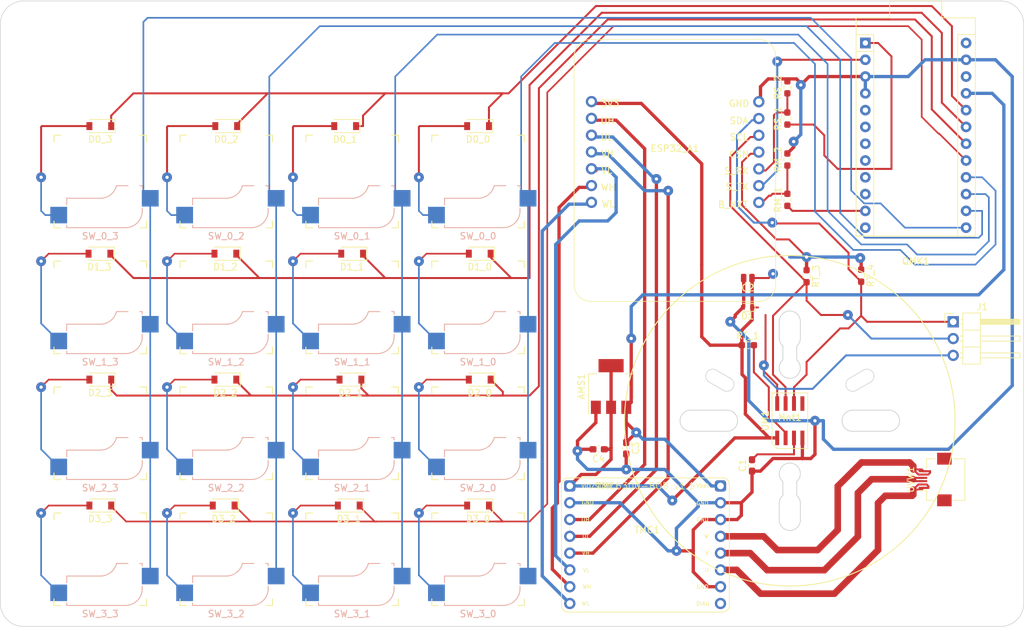
<source format=kicad_pcb>
(kicad_pcb (version 20211014) (generator pcbnew)
  (layers (0 "F.Cu" signal) (31 "B.Cu" signal) (34 "B.Paste" user) (35 "F.Paste" user) (36 "B.SilkS" user "B.Silkscreen") (37 "F.SilkS" user "F.Silkscreen") (38 "B.Mask" user) (39 "F.Mask" user) (44 "Edge.Cuts" user))
  (net 0 "")
  (net 1 "GND")
  (net 2 "Net-(C1-Pad2)")
  (net 3 "Net-(ESP32_A1-Pad12)")
  (net 4 "/Row 1")
  (net 5 "Net-(D0_0-Pad2)")
  (net 6 "Net-(D0_1-Pad2)")
  (net 7 "Net-(D0_2-Pad2)")
  (net 8 "Net-(D0_3-Pad2)")
  (net 9 "/Row 2")
  (net 10 "Net-(D1_0-Pad2)")
  (net 11 "Net-(D1_1-Pad2)")
  (net 12 "Net-(D1_2-Pad2)")
  (net 13 "Net-(D1_3-Pad2)")
  (net 14 "/Row 3")
  (net 15 "Net-(D2_0-Pad2)")
  (net 16 "Net-(D2_1-Pad2)")
  (net 17 "Net-(D2_2-Pad2)")
  (net 18 "Net-(D2_3-Pad2)")
  (net 19 "/Row 4")
  (net 20 "Net-(D3_0-Pad2)")
  (net 21 "Net-(D3_1-Pad2)")
  (net 22 "Net-(D3_2-Pad2)")
  (net 23 "Net-(D3_3-Pad2)")
  (net 24 "SDA")
  (net 25 "+5V")
  (net 26 "CSn")
  (net 27 "SCL")
  (net 28 "/Col 4")
  (net 29 "/Col 3")
  (net 30 "/Col 2")
  (net 31 "Net-(QMK1-Pad1)")
  (net 32 "/Col 1")
  (net 41 "Net-(QMK1-Pad11)")
  (net 43 "Net-(RT_1-Pad2)")
  (net 45 "/W_Out")
  (net 46 "/V_Out")
  (net 47 "/U_Out")
  (net 49 "UH_in")
  (net 50 "UL_in")
  (net 51 "VH_in")
  (net 52 "VL_in")
  (net 53 "WH_in")
  (net 54 "WL_in")
  (net 55 "SERIAL_TX")
  (net 56 "BTN_NXT")
  (footprint "Diode_SMD:D_SOD-123" (layer "F.Cu") (at 117.544 91.821 180)
    (fp_text reference "D1_1")
    (fp_text value "1N4148")
  )
  (footprint "Resistor_SMD:R_0603_1608Metric_Pad0.98x0.95mm_HandSolder" (layer "F.Cu") (at 183.388 66.6515 90)
    (fp_text reference "RS_2")
    (fp_text value "10k")
  )
  (footprint "MountingHole:MountingHole_3.2mm_M3" (layer "F.Cu") (at 215.546 57.196)
    (fp_text reference "MHole_3" hide)
    (fp_text value "M3")
  )
  (footprint "Capacitor_SMD:C_0603_1608Metric_Pad1.08x0.95mm_HandSolder" (layer "F.Cu") (at 178.04 123.8515 90)
    (fp_text reference "C1")
    (fp_text value "100nF")
  )
  (footprint "Diode_SMD:D_SOD-123" (layer "F.Cu") (at 136.846 110.871 180)
    (fp_text reference "D2_0")
    (fp_text value "1N4148")
  )
  (footprint "Resistor_SMD:R_0603_1608Metric_Pad0.98x0.95mm_HandSolder" (layer "F.Cu") (at 194.55 95.1465 -90)
    (fp_text reference "RT_4")
    (fp_text value "4k7")
  )
  (footprint "Diode_SMD:D_SOD-123" (layer "F.Cu") (at 116.4854 72.517 180)
    (fp_text reference "D0_1")
    (fp_text value "1N4148")
  )
  (footprint "Capacitor_SMD:C_0603_1608Metric_Pad1.08x0.95mm_HandSolder" (layer "F.Cu") (at 159.004 121.2585 -90)
    (fp_text reference "C3")
    (fp_text value "1UF")
  )
  (footprint "Kailh Hotswap:Kailh_socket_MX" (layer "F.Cu") (at 136.592 80.899 180)
    (fp_text reference "SW_0_0")
    (fp_text value "SW_SPST")
  )
  (footprint "Capacitor_SMD:C_0504_1310Metric_Pad0.83x1.28mm_HandSolder" (layer "F.Cu") (at 177.405 95.504 180)
    (fp_text reference "C2")
    (fp_text value "1uF")
  )
  (footprint "Diode_SMD:D_SOD-123" (layer "F.Cu") (at 136.848 91.821 180)
    (fp_text reference "D1_0")
    (fp_text value "1N4148")
  )
  (footprint "Kailh Hotswap:Kailh_socket_MX" (layer "F.Cu") (at 117.542 118.999 180)
    (fp_text reference "SW_2_1")
    (fp_text value "SW_SPST")
  )
  (footprint "MountingHole:MountingHole_3.2mm_M3" (layer "F.Cu") (at 67.946 57.196)
    (fp_text reference "MHole_1" hide)
    (fp_text value "M3")
  )
  (footprint "MountingHole:MountingHole_3.2mm_M3" (layer "F.Cu") (at 215.546 144.596)
    (fp_text reference "MHole_6" hide)
    (fp_text value "M3")
  )
  (footprint "MT6701:SOIC-8" (layer "F.Cu") (at 183.755035 117.09246)
    (fp_text reference "UM1")
    (fp_text value "MT6701")
  )
  (footprint "Kailh Hotswap:Kailh_socket_MX" (layer "F.Cu") (at 136.592 99.949 180)
    (fp_text reference "SW_1_0")
    (fp_text value "SW_SPST")
  )
  (footprint "Package_TO_SOT_SMD:SOT-223-3_TabPin2" (layer "F.Cu") (at 156.718 111.912 90)
    (fp_text reference "AMS1")
    (fp_text value "AMS1117-3.3")
  )
  (footprint "Capacitor_SMD:C_0603_1608Metric_Pad1.08x0.95mm_HandSolder" (layer "F.Cu") (at 154.8395 121.412 180)
    (fp_text reference "C4")
    (fp_text value "1UF")
  )
  (footprint "Diode_SMD:D_SOD-123" (layer "F.Cu") (at 98.366 91.821 180)
    (fp_text reference "D1_2")
    (fp_text value "1N4148")
  )
  (footprint "Diode_SMD:D_SOD-123" (layer "F.Cu") (at 79.442 110.871 180)
    (fp_text reference "D2_3")
    (fp_text value "1N4148")
  )
  (footprint "Kailh Hotswap:Kailh_socket_MX" (layer "F.Cu") (at 136.592 138.049 180)
    (fp_text reference "SW_3_0")
    (fp_text value "SW_SPST")
  )
  (footprint "Kailh Hotswap:Kailh_socket_MX" (layer "F.Cu") (at 79.442 99.949 180)
    (fp_text reference "SW_1_3")
    (fp_text value "SW_SPST")
  )
  (footprint "Kailh Hotswap:Kailh_socket_MX" (layer "F.Cu") (at 98.492 99.949 180)
    (fp_text reference "SW_1_2")
    (fp_text value "SW_SPST")
  )
  (footprint "MT6701:BLDC Mount" (layer "F.Cu") (at 183.755035 117.09246)
    (fp_text reference "Mnt1")
    (fp_text value "-")
    (fp_line (start 15 1.6) (end 9.5 1.6) (layer "Edge.Cuts") (width 0.12))
    (fp_line (start 11.166343 -7.659327) (end 9.00128 -6.409327) (layer "Edge.Cuts") (width 0.1))
    (fp_line (start 1.05 11.3) (end 1.05 9.2) (layer "Edge.Cuts") (width 0.12))
    (fp_line (start 9.5 -1.6) (end 15 -1.6) (layer "Edge.Cuts") (width 0.12))
    (fp_line (start 1.6 15) (end 1.6 12.5) (layer "Edge.Cuts") (width 0.12))
    (fp_line (start -11.140063 -7.659327) (end -8.975 -6.409327) (layer "Edge.Cuts") (width 0.1))
    (fp_line (start 1.6 -12.5) (end 1.6 -15) (layer "Edge.Cuts") (width 0.12))
    (fp_line (start -9.5 1.6) (end -15 1.6) (layer "Edge.Cuts") (width 0.12))
    (fp_line (start -12.190063 -5.840673) (end -10.025 -4.590673) (layer "Edge.Cuts") (width 0.1))
    (fp_line (start -1.05 -11.3) (end -1.05 -9.2) (layer "Edge.Cuts") (width 0.12))
    (fp_line (start 1.05 -11.3) (end 1.05 -9.2) (layer "Edge.Cuts") (width 0.12))
    (fp_line (start 12.216343 -5.840673) (end 10.05128 -4.590673) (layer "Edge.Cuts") (width 0.1))
    (fp_line (start -1.05 11.3) (end -1.05 9.2) (layer "Edge.Cuts") (width 0.12))
    (fp_line (start -1.6 12.5) (end -1.6 15) (layer "Edge.Cuts") (width 0.12))
    (fp_line (start -15 -1.6) (end -9.5 -1.6) (layer "Edge.Cuts") (width 0.12))
    (fp_line (start -1.6 -15) (end -1.6 -12.5) (layer "Edge.Cuts") (width 0.12))
    (fp_arc (start 9.5 1.6) (mid 7.9 0) (end 9.5 -1.6) (layer "Edge.Cuts") (width 0.12))
    (fp_arc (start 10.05128 -4.590673) (mid 8.616953 -4.975) (end 9.00128 -6.409327) (layer "Edge.Cuts") (width 0.1))
    (fp_arc (start 1.049999 11.300001) (mid 1.452023 11.841118) (end 1.594521 12.5) (layer "Edge.Cuts") (width 0.12))
    (fp_arc (start 1.6 -12.5) (mid 1.457013 -11.838854) (end 1.053607 -11.295877) (layer "Edge.Cuts") (width 0.12))
    (fp_arc (start -1.6 12.5) (mid -1.457013 11.838854) (end -1.053607 11.295877) (layer "Edge.Cuts") (width 0.12))
    (fp_arc (start -1.049999 9.199999) (mid 0 6.40548) (end 1.049999 9.199999) (layer "Edge.Cuts") (width 0.12))
    (fp_arc (start -12.190063 -5.840673) (mid -12.57439 -7.275) (end -11.140063 -7.659327) (layer "Edge.Cuts") (width 0.1))
    (fp_arc (start 11.166343 -7.659327) (mid 12.60067 -7.275) (end 12.216343 -5.840673) (layer "Edge.Cuts") (width 0.1))
    (fp_arc (start -15 1.6) (mid -16.6 0) (end -15 -1.6) (layer "Edge.Cuts") (width 0.12))
    (fp_arc (start -8.975 -6.409327) (mid -8.590673 -4.975) (end -10.025 -4.590673) (layer "Edge.Cuts") (width 0.1))
    (fp_arc (start 1.049999 -9.199999) (mid 0 -6.40548) (end -1.049999 -9.199999) (layer "Edge.Cuts") (width 0.12))
    (fp_arc (start -9.5 -1.6) (mid -7.9 0) (end -9.5 1.6) (layer "Edge.Cuts") (width 0.12))
    (fp_arc (start -1.049999 -11.300001) (mid -1.452023 -11.841118) (end -1.594521 -12.5) (layer "Edge.Cuts") (width 0.12))
    (fp_arc (start 1.6 15) (mid 0 16.6) (end -1.6 15) (layer "Edge.Cuts") (width 0.12))
    (fp_arc (start -1.6 -15) (mid 0 -16.6) (end 1.6 -15) (layer "Edge.Cuts") (width 0.12))
    (fp_arc (start 15 -1.6) (mid 16.6 0) (end 15 1.6) (layer "Edge.Cuts") (width 0.12))
  )
  (footprint "Diode_SMD:D_SOD-523" (layer "F.Cu") (at 177.354 99.949 180)
    (fp_text reference "D1")
    (fp_text value "ZMDxx")
  )
  (footprint "TMC6300_BOB:TMC6300_BOB" (layer "F.Cu") (at 162.165 136.144)
    (fp_text reference "TMC1")
    (fp_text value "TMC6300_BOB")
  )
  (footprint "Resistor_SMD:R_0603_1608Metric_Pad0.98x0.95mm_HandSolder" (layer "F.Cu") (at 183.388 83.6695 90)
    (fp_text reference "RM_1")
    (fp_text value "10k")
  )
  (footprint "Kailh Hotswap:Kailh_socket_MX" (layer "F.Cu") (at 79.442 80.899 180)
    (fp_text reference "SW_0_3")
    (fp_text value "SW_SPST")
  )
  (footprint "Kailh Hotswap:Kailh_socket_MX" (layer "F.Cu") (at 98.492 138.049 180)
    (fp_text reference "SW_3_2")
    (fp_text value "SW_SPST")
  )
  (footprint "Kailh Hotswap:Kailh_socket_MX" (layer "F.Cu") (at 117.542 80.899 180)
    (fp_text reference "SW_0_1")
    (fp_text value "SW_SPST")
  )
  (footprint "Resistor_SMD:R_0603_1608Metric_Pad0.98x0.95mm_HandSolder" (layer "F.Cu") (at 186.295 95.2265 -90)
    (fp_text reference "RT_3")
    (fp_text value "4k7")
  )
  (footprint "Arduino Pro Micro:Sparkfun_Pro_Micro" (layer "F.Cu") (at 210.425 87.884 180)
    (fp_text reference "QMK1")
    (fp_text value "Sparkfun_Pro_Micro")
  )
  (footprint "Resistor_SMD:R_0603_1608Metric_Pad0.98x0.95mm_HandSolder" (layer "F.Cu") (at 177.405 105.664)
    (fp_text reference "RT_1")
    (fp_text value "100k")
  )
  (footprint "Diode_SMD:D_SOD-123" (layer "F.Cu") (at 79.442 72.517 180)
    (fp_text reference "D0_3")
    (fp_text value "1N4148")
  )
  (footprint "Resistor_SMD:R_0603_1608Metric_Pad0.98x0.95mm_HandSolder" (layer "F.Cu") (at 183.388 71.374 90)
    (fp_text reference "RS_1")
    (fp_text value "10k")
  )
  (footprint "Diode_SMD:D_SOD-123" (layer "F.Cu") (at 117.034 129.921 180)
    (fp_text reference "D3_1")
    (fp_text value "1N4148")
  )
  (footprint "Kailh Hotswap:Kailh_socket_MX" (layer "F.Cu") (at 117.542 138.049 180)
    (fp_text reference "SW_3_1")
    (fp_text value "SW_SPST")
  )
  (footprint "Kailh Hotswap:Kailh_socket_MX" (layer "F.Cu") (at 117.542 99.949 180)
    (fp_text reference "SW_1_1")
    (fp_text value "SW_SPST")
  )
  (footprint "Diode_SMD:D_SOD-123" (layer "F.Cu") (at 117.288 110.871 180)
    (fp_text reference "D2_1")
    (fp_text value "1N4148")
  )
  (footprint "Connector_FFC-FPC:Hirose_FH12-6S-0.5SH_1x06-1MP_P0.50mm_Horizontal" (layer "F.Cu") (at 205.74 125.984 90)
    (fp_text reference "UVW1")
    (fp_text value "FPC-6P")
  )
  (footprint "Diode_SMD:D_SOD-123" (layer "F.Cu") (at 98.364 110.871 180)
    (fp_text reference "D2_2")
    (fp_text value "1N4148")
  )
  (footprint "Kailh Hotswap:Kailh_socket_MX" (layer "F.Cu") (at 98.492 118.999 180)
    (fp_text reference "SW_2_2")
    (fp_text value "SW_SPST")
  )
  (footprint "Kailh Hotswap:Kailh_socket_MX" (layer "F.Cu") (at 79.442 118.999 180)
    (fp_text reference "SW_2_3")
    (fp_text value "SW_SPST")
  )
  (footprint "Connector_PinHeader_2.54mm:PinHeader_1x03_P2.54mm_Horizontal" (layer "F.Cu") (at 208.477 102.123)
    (fp_text reference "J1")
    (fp_text value "3 Pin Male")
  )
  (footprint "Diode_SMD:D_SOD-123" (layer "F.Cu") (at 79.442 129.921 180)
    (fp_text reference "D3_3")
    (fp_text value "1N4148")
  )
  (footprint "Diode_SMD:D_SOD-123" (layer "F.Cu") (at 136.592 129.921 180)
    (fp_text reference "D3_0")
    (fp_text value "1N4148")
  )
  (footprint "Kailh Hotswap:Kailh_socket_MX" (layer "F.Cu") (at 98.492 80.899 180)
    (fp_text reference "SW_0_2")
    (fp_text value "SW_SPST")
  )
  (footprint "MountingHole:MountingHole_3.2mm_M3" (layer "F.Cu") (at 67.946 144.596)
    (fp_text reference "MHole_4" hide)
    (fp_text value "M3")
  )
  (footprint "Diode_SMD:D_SOD-123" (layer "F.Cu") (at 98.492 72.517 180)
    (fp_text reference "D0_2")
    (fp_text value "1N4148")
  )
  (footprint "Diode_SMD:D_SOD-123" (layer "F.Cu") (at 79.316 91.821 180)
    (fp_text reference "D1_3")
    (fp_text value "1N4148")
  )
  (footprint "Resistor_SMD:R_0603_1608Metric_Pad0.98x0.95mm_HandSolder" (layer "F.Cu") (at 183.388 77.5735 90)
    (fp_text reference "RM_2")
    (fp_text value "10k")
  )
  (footprint "Diode_SMD:D_SOD-123" (layer "F.Cu") (at 98.11 129.921 180)
    (fp_text reference "D3_2")
    (fp_text value "1N4148")
  )
  (footprint "Diode_SMD:D_SOD-123" (layer "F.Cu") (at 136.592 72.517 180)
    (fp_text reference "D0_0")
    (fp_text value "1N4148")
  )
  (footprint "Kailh Hotswap:Kailh_socket_MX" (layer "F.Cu") (at 79.442 138.049 180)
    (fp_text reference "SW_3_3")
    (fp_text value "SW_SPST")
  )
  (footprint "Kailh Hotswap:Kailh_socket_MX" (layer "F.Cu") (at 136.592 118.999 180)
    (fp_text reference "SW_2_0")
    (fp_text value "SW_SPST")
  )
  (footprint "Wemos S2 Mini:ESP32 Motor Adapter" (layer "F.Cu") (at 166.37 76.708)
    (fp_text reference "ESP32_A1")
    (fp_text value "ESP32_Adapter")
  )
  (gr_circle (center 183.75504 117.092383) (end 183.75504 92.092383) (layer "F.SilkS") (width 0.15) (fill none))
  (gr_line (start 64.3216 57.096) (end 64.3216 144.711) (layer "Edge.Cuts") (width 0.1))
  (gr_line (start 215.646 53.596) (end 67.8216 53.596) (layer "Edge.Cuts") (width 0.1))
  (gr_arc (start 64.3216 57.096) (mid 65.346726 54.621126) (end 67.8216 53.596) (layer "Edge.Cuts") (width 0.1))
  (gr_arc (start 67.8216 148.211) (mid 65.346726 147.185874) (end 64.3216 144.711) (layer "Edge.Cuts") (width 0.1))
  (gr_line (start 67.8216 148.211) (end 215.646 148.211) (layer "Edge.Cuts") (width 0.1))
  (gr_arc (start 219.146 144.711) (mid 218.120874 147.185874) (end 215.646 148.211) (layer "Edge.Cuts") (width 0.1))
  (gr_arc (start 215.646 53.596) (mid 218.120874 54.621126) (end 219.146 57.096) (layer "Edge.Cuts") (width 0.1))
  (gr_line (start 219.146 144.711) (end 219.146 57.096) (layer "Edge.Cuts") (width 0.1))
  (segment (start 184.7615 65.3815) (end 183.388 65.3815) (width 0.5) (layer "F.Cu") (net 1))
  (segment (start 178.04 124.714) (end 179.31 124.714) (width 0.5) (layer "F.Cu") (net 1))
  (segment (start 185.660035 122.808965) (end 185.660035 119.69246) (width 0.5) (layer "F.Cu") (net 1))
  (segment (start 169.15 139.954) (end 171.397107 142.201107) (width 0.5) (layer "F.Cu") (net 1))
  (segment (start 169.15 136.779) (end 166.61 136.779) (width 0.5) (layer "F.Cu") (net 1))
  (segment (start 170.712893 132.041107) (end 169.15 133.604) (width 0.5) (layer "F.Cu") (net 1))
  (segment (start 151.638 120.142) (end 154.418 117.362) (width 0.5) (layer "F.Cu") (net 1))
  (segment (start 186.93 122.809) (end 185.66 122.809) (width 0.5) (layer "F.Cu") (net 1))
  (segment (start 187.565 117.094) (end 187.565 122.174) (width 0.5) (layer "F.Cu") (net 1))
  (segment (start 159.004 122.121) (end 159.004 124.46) (width 0.5) (layer "F.Cu") (net 1))
  (segment (start 175.792893 132.041107) (end 173.272107 132.041107) (width 0.5) (layer "F.Cu") (net 1))
  (segment (start 151.892 121.412) (end 151.638 121.666) (width 0.5) (layer "F.Cu") (net 1))
  (segment (start 180.4905 65.3815) (end 179.324 66.548) (width 0.5) (layer "F.Cu") (net 1))
  (segment (start 183.388 65.3815) (end 180.4905 65.3815) (width 0.5) (layer "F.Cu") (net 1))
  (segment (start 151.638 121.666) (end 151.638 120.142) (width 0.5) (layer "F.Cu") (net 1))
  (segment (start 174.752 102.108) (end 175.5 101.36) (width 0.5) (layer "F.Cu") (net 1))
  (segment (start 169.15 133.604) (end 169.15 136.779) (width 0.5) (layer "F.Cu") (net 1))
  (segment (start 181.215 122.809) (end 185.66 122.809) (width 0.5) (layer "F.Cu") (net 1))
  (segment (start 179.31 124.714) (end 181.215 122.809) (width 0.5) (layer "F.Cu") (net 1))
  (segment (start 173.272107 132.041107) (end 170.712893 132.041107) (width 0.5) (layer "F.Cu") (net 1))
  (segment (start 169.15 136.779) (end 169.15 139.954) (width 0.5) (layer "F.Cu") (net 1))
  (segment (start 178.04 127.889) (end 176.427893 129.501107) (width 0.5) (layer "F.Cu") (net 1))
  (segment (start 176.427893 129.501107) (end 173.272107 129.501107) (width 0.5) (layer "F.Cu") (net 1))
  (segment (start 171.397107 142.201107) (end 173.272107 142.201107) (width 0.5) (layer "F.Cu") (net 1))
  (segment (start 184.3405 75.7085) (end 183.388 76.661) (width 0.5) (layer "F.Cu") (net 1))
  (segment (start 178.04 124.714) (end 178.04 127.889) (width 0.5) (layer "F.Cu") (net 1))
  (segment (start 176.7775 95.504) (end 176.7775 99.8255) (width 0.5) (layer "F.Cu") (net 1))
  (segment (start 153.977 121.412) (end 151.892 121.412) (width 0.5) (layer "F.Cu") (net 1))
  (segment (start 175.5 101.36) (end 175.5 101.103) (width 0.5) (layer "F.Cu") (net 1))
  (segment (start 185.66 122.809) (end 185.660035 122.808965) (width 0.5) (layer "F.Cu") (net 1))
  (segment (start 175.5 101.103) (end 176.654 99.949) (width 0.5) (layer "F.Cu") (net 1))
  (segment (start 154.418 117.362) (end 154.418 115.062) (width 0.5) (layer "F.Cu") (net 1))
  (segment (start 186.69 65.024) (end 185.42 66.294) (width 0.5) (layer "F.Cu") (net 1))
  (segment (start 187.565 122.174) (end 186.93 122.809) (width 0.5) (layer "F.Cu") (net 1))
  (segment (start 179.324 66.548) (end 179.324 69.088) (width 0.5) (layer "F.Cu") (net 1))
  (segment (start 176.427893 131.406107) (end 175.792893 132.041107) (width 0.5) (layer "F.Cu") (net 1))
  (segment (start 185.42 66.294) (end 185.42 66.04) (width 0.5) (layer "F.Cu") (net 1))
  (segment (start 176.427893 129.501107) (end 176.427893 131.406107) (width 0.5) (layer "F.Cu") (net 1))
  (segment (start 185.42 66.04) (end 184.7615 65.3815) (width 0.5) (layer "F.Cu") (net 1))
  (segment (start 176.7775 99.8255) (end 176.654 99.949) (width 0.5) (layer "F.Cu") (net 1))
  (segment (start 184.3405 74.8665) (end 184.3405 75.7085) (width 0.5) (layer "F.Cu") (net 1))
  (segment (start 195.185 65.024) (end 186.69 65.024) (width 0.5) (layer "F.Cu") (net 1))
  (via (at 174.752 102.108) (size 1.5) (drill 0.5) (layers "F.Cu" "B.Cu") (net 1))
  (via (at 166.61 136.779) (size 1.5) (drill 0.5) (layers "F.Cu" "B.Cu") (net 1))
  (via (at 184.3405 74.8665) (size 1.5) (drill 0.5) (layers "F.Cu" "B.Cu") (net 1))
  (via (at 159.004 124.46) (size 1.5) (drill 0.5) (layers "F.Cu" "B.Cu") (net 1))
  (via (at 151.638 121.666) (size 1.5) (drill 0.5) (layers "F.Cu" "B.Cu") (net 1))
  (via (at 187.565 117.094) (size 1.5) (drill 0.5) (layers "F.Cu" "B.Cu") (net 1))
  (via (at 185.42 66.294) (size 1.5) (drill 0.5) (layers "F.Cu" "B.Cu") (net 1))
  (segment (start 164.846 124.46) (end 169.887107 129.501107) (width 0.5) (layer "B.Cu") (net 1))
  (segment (start 151.638 121.666) (end 151.638 122.936) (width 0.5) (layer "B.Cu") (net 1))
  (segment (start 195.185 65.024) (end 195.185 67.564) (width 0.5) (layer "B.Cu") (net 1))
  (segment (start 166.61 133.364) (end 166.61 136.779) (width 0.5) (layer "B.Cu") (net 1))
  (segment (start 187.565 117.094) (end 188.835 117.094) (width 0.5) (layer "B.Cu") (net 1))
  (segment (start 210.425 62.484) (end 204.216 62.484) (width 0.5) (layer "B.Cu") (net 1))
  (segment (start 214.87 62.484) (end 210.425 62.484) (width 0.5) (layer "B.Cu") (net 1))
  (segment (start 177.546 114.06) (end 180.58 117.094) (width 0.5) (layer "B.Cu") (net 1))
  (segment (start 217.41 111.774) (end 217.41 65.024) (width 0.5) (layer "B.Cu") (net 1))
  (segment (start 177.546 104.902) (end 177.546 114.06) (width 0.5) (layer "B.Cu") (net 1))
  (segment (start 190.366 121.412) (end 207.772 121.412) (width 0.5) (layer "B.Cu") (net 1))
  (segment (start 169.887107 130.086893) (end 166.61 133.364) (width 0.5) (layer "B.Cu") (net 1))
  (segment (start 201.676 65.024) (end 195.185 65.024) (width 0.5) (layer "B.Cu") (net 1))
  (segment (start 151.638 122.936) (end 153.162 124.46) (width 0.5) (layer "B.Cu") (net 1))
  (segment (start 217.41 65.024) (end 214.87 62.484) (width 0.5) (layer "B.Cu") (net 1))
  (segment (start 188.835 119.881) (end 190.366 121.412) (width 0.5) (layer "B.Cu") (net 1))
  (segment (start 165.34 136.779) (end 166.61 136.779) (width 0.5) (layer "B.Cu") (net 1))
  (segment (start 184.3405 74.8665) (end 185.42 73.787) (width 0.5) (layer "B.Cu") (net 1))
  (segment (start 188.835 117.094) (end 188.835 119.881) (width 0.5) (layer "B.Cu") (net 1))
  (segment (start 159.004 124.46) (end 164.846 124.46) (width 0.5) (layer "B.Cu") (net 1))
  (segment (start 158.062107 129.501107) (end 165.34 136.779) (width 0.5) (layer "B.Cu") (net 1))
  (segment (start 185.42 73.787) (end 185.42 66.3575) (width 0.5) (layer "B.Cu") (net 1))
  (segment (start 169.887107 129.501107) (end 169.887107 130.086893) (width 0.5) (layer "B.Cu") (net 1))
  (segment (start 169.887107 129.501107) (end 173.272107 129.501107) (width 0.5) (layer "B.Cu") (net 1))
  (segment (start 174.752 102.108) (end 177.546 104.902) (width 0.5) (layer "B.Cu") (net 1))
  (segment (start 180.58 117.094) (end 187.565 117.094) (width 0.5) (layer "B.Cu") (net 1))
  (segment (start 207.772 121.412) (end 217.41 111.774) (width 0.5) (layer "B.Cu") (net 1))
  (segment (start 153.162 124.46) (end 159.004 124.46) (width 0.5) (layer "B.Cu") (net 1))
  (segment (start 204.216 62.484) (end 201.676 65.024) (width 0.5) (layer "B.Cu") (net 1))
  (segment (start 150.472107 129.501107) (end 158.062107 129.501107) (width 0.5) (layer "B.Cu") (net 1))
  (segment (start 184.39 122.174) (end 184.390035 122.173965) (width 0.3) (layer "F.Cu") (net 2))
  (segment (start 178.855 122.174) (end 184.39 122.174) (width 0.3) (layer "F.Cu") (net 2))
  (segment (start 184.390035 122.173965) (end 184.390035 119.69246) (width 0.3) (layer "F.Cu") (net 2))
  (segment (start 178.04 122.989) (end 178.855 122.174) (width 0.3) (layer "F.Cu") (net 2))
  (segment (start 181.356 70.866) (end 181.356 77.978) (width 0.3) (layer "F.Cu") (net 3))
  (segment (start 181.356 77.978) (end 180.086 79.248) (width 0.3) (layer "F.Cu") (net 3))
  (segment (start 180.086 79.248) (end 179.324 79.248) (width 0.3) (layer "F.Cu") (net 3))
  (segment (start 183.388 70.4615) (end 181.7605 70.4615) (width 0.3) (layer "F.Cu") (net 3))
  (segment (start 181.7605 70.4615) (end 181.356 70.866) (width 0.3) (layer "F.Cu") (net 3))
  (segment (start 183.388 70.4615) (end 183.388 67.564) (width 0.3) (layer "F.Cu") (net 3))
  (segment (start 208.28 67.959) (end 210.425 70.104) (width 0.3) (layer "F.Cu") (net 4))
  (segment (start 81.092 72.517) (end 81.092 70.934) (width 0.3) (layer "F.Cu") (net 4))
  (segment (start 141.21 67.564) (end 154.418 54.356) (width 0.3) (layer "F.Cu") (net 4))
  (segment (start 205.232 54.356) (end 208.28 57.404) (width 0.3) (layer "F.Cu") (net 4))
  (segment (start 122.562 67.564) (end 140.342 67.564) (width 0.3) (layer "F.Cu") (net 4))
  (segment (start 119.192 72.517) (end 119.192 70.934) (width 0.3) (layer "F.Cu") (net 4))
  (segment (start 119.192 70.934) (end 122.562 67.564) (width 0.3) (layer "F.Cu") (net 4))
  (segment (start 208.28 57.404) (end 208.28 67.959) (width 0.3) (layer "F.Cu") (net 4))
  (segment (start 154.418 54.356) (end 205.232 54.356) (width 0.3) (layer "F.Cu") (net 4))
  (segment (start 100.142 72.204) (end 104.782 67.564) (width 0.3) (layer "F.Cu") (net 4))
  (segment (start 84.462 67.564) (end 104.782 67.564) (width 0.3) (layer "F.Cu") (net 4))
  (segment (start 104.782 67.564) (end 122.562 67.564) (width 0.3) (layer "F.Cu") (net 4))
  (segment (start 138.242 72.517) (end 138.242 69.664) (width 0.3) (layer "F.Cu") (net 4))
  (segment (start 139.305 67.564) (end 141.21 67.564) (width 0.3) (layer "F.Cu") (net 4))
  (segment (start 81.092 70.934) (end 84.462 67.564) (width 0.3) (layer "F.Cu") (net 4))
  (segment (start 138.242 69.664) (end 140.342 67.564) (width 0.3) (layer "F.Cu") (net 4))
  (segment (start 100.142 72.517) (end 100.142 72.204) (width 0.3) (layer "F.Cu") (net 4))
  (segment (start 119.192 72.517) (end 118.1354 72.517) (width 0.3) (layer "F.Cu") (net 4))
  (segment (start 127.642 72.644) (end 127.642 80.264) (width 0.3) (layer "F.Cu") (net 5))
  (segment (start 134.942 72.517) (end 127.769 72.517) (width 0.3) (layer "F.Cu") (net 5))
  (segment (start 127.769 72.517) (end 127.642 72.644) (width 0.3) (layer "F.Cu") (net 5))
  (via (at 127.642 80.264) (size 1.5) (drill 0.5) (layers "F.Cu" "B.Cu") (net 5))
  (segment (start 130.302 85.979) (end 128.277 85.979) (width 0.25) (layer "B.Cu") (net 5))
  (segment (start 127.642 85.344) (end 127.642 80.264) (width 0.25) (layer "B.Cu") (net 5))
  (segment (start 128.277 85.979) (end 127.642 85.344) (width 0.25) (layer "B.Cu") (net 5))
  (segment (start 108.719 72.517) (end 114.8354 72.517) (width 0.3) (layer "F.Cu") (net 6))
  (segment (start 108.592 72.644) (end 108.592 80.264) (width 0.3) (layer "F.Cu") (net 6))
  (segment (start 108.719 72.517) (end 108.592 72.644) (width 0.3) (layer "F.Cu") (net 6))
  (via (at 108.592 80.264) (size 1.5) (drill 0.5) (layers "F.Cu" "B.Cu") (net 6))
  (segment (start 111.252 85.979) (end 109.227 85.979) (width 0.25) (layer "B.Cu") (net 6))
  (segment (start 109.227 85.979) (end 108.592 85.344) (width 0.25) (layer "B.Cu") (net 6))
  (segment (start 108.592 85.344) (end 108.592 80.264) (width 0.25) (layer "B.Cu") (net 6))
  (segment (start 89.669 72.517) (end 89.542 72.644) (width 0.3) (layer "F.Cu") (net 7))
  (segment (start 89.542 72.644) (end 89.542 80.264) (width 0.3) (layer "F.Cu") (net 7))
  (segment (start 96.842 72.517) (end 89.669 72.517) (width 0.3) (layer "F.Cu") (net 7))
  (via (at 89.542 80.264) (size 1.5) (drill 0.5) (layers "F.Cu" "B.Cu") (net 7))
  (segment (start 89.542 85.344) (end 89.542 80.264) (width 0.25) (layer "B.Cu") (net 7))
  (segment (start 90.177 85.979) (end 89.542 85.344) (width 0.25) (layer "B.Cu") (net 7))
  (segment (start 92.202 85.979) (end 90.177 85.979) (width 0.25) (layer "B.Cu") (net 7))
  (segment (start 70.492 72.644) (end 70.492 80.264) (width 0.3) (layer "F.Cu") (net 8))
  (segment (start 70.619 72.517) (end 70.492 72.644) (width 0.3) (layer "F.Cu") (net 8))
  (segment (start 77.792 72.517) (end 70.619 72.517) (width 0.3) (layer "F.Cu") (net 8))
  (via (at 70.492 80.264) (size 1.5) (drill 0.5) (layers "F.Cu" "B.Cu") (net 8))
  (segment (start 73.152 85.979) (end 71.127 85.979) (width 0.25) (layer "B.Cu") (net 8))
  (segment (start 71.127 85.979) (end 70.492 85.344) (width 0.25) (layer "B.Cu") (net 8))
  (segment (start 70.492 85.344) (end 70.492 80.264) (width 0.25) (layer "B.Cu") (net 8))
  (segment (start 203.708 55.372) (end 206.756 58.42) (width 0.3) (layer "F.Cu") (net 9))
  (segment (start 84.462 95.504) (end 102.242 95.504) (width 0.3) (layer "F.Cu") (net 9))
  (segment (start 138.498 91.821) (end 138.498 92.39) (width 0.3) (layer "F.Cu") (net 9))
  (segment (start 155.307 55.372) (end 203.708 55.372) (width 0.3) (layer "F.Cu") (net 9))
  (segment (start 102.242 95.504) (end 103.512 95.504) (width 0.3) (layer "F.Cu") (net 9))
  (segment (start 100.016 92.008) (end 103.512 95.504) (width 0.3) (layer "F.Cu") (net 9))
  (segment (start 138.498 92.39) (end 141.612 95.504) (width 0.3) (layer "F.Cu") (net 9))
  (segment (start 144.385 66.294) (end 155.307 55.372) (width 0.3) (layer "F.Cu") (net 9))
  (segment (start 103.512 95.504) (end 122.562 95.504) (width 0.3) (layer "F.Cu") (net 9))
  (segment (start 119.194 92.136) (end 122.562 95.504) (width 0.3) (layer "F.Cu") (net 9))
  (segment (start 206.756 68.975) (end 210.425 72.644) (width 0.3) (layer "F.Cu") (net 9))
  (segment (start 100.016 91.821) (end 100.016 92.008) (width 0.3) (layer "F.Cu") (net 9))
  (segment (start 80.966 91.821) (end 80.966 92.008) (width 0.3) (layer "F.Cu") (net 9))
  (segment (start 80.966 92.008) (end 84.462 95.504) (width 0.3) (layer "F.Cu") (net 9))
  (segment (start 140.575 95.504) (end 144.385 95.504) (width 0.3) (layer "F.Cu") (net 9))
  (segment (start 206.756 58.42) (end 206.756 68.975) (width 0.3) (layer "F.Cu") (net 9))
  (segment (start 122.562 95.504) (end 140.342 95.504) (width 0.3) (layer "F.Cu") (net 9))
  (segment (start 140.342 95.504) (end 141.612 95.504) (width 0.3) (layer "F.Cu") (net 9))
  (segment (start 119.194 91.821) (end 119.194 92.136) (width 0.3) (layer "F.Cu") (net 9))
  (segment (start 144.385 95.504) (end 144.385 66.294) (width 0.3) (layer "F.Cu") (net 9))
  (segment (start 135.198 91.821) (end 128.785 91.821) (width 0.25) (layer "F.Cu") (net 10))
  (segment (start 128.785 91.821) (end 127.642 92.964) (width 0.25) (layer "F.Cu") (net 10))
  (via (at 127.642 92.964) (size 1.5) (drill 0.5) (layers "F.Cu" "B.Cu") (net 10))
  (segment (start 130.302 105.029) (end 127.642 102.369) (width 0.25) (layer "B.Cu") (net 10))
  (segment (start 127.642 102.369) (end 127.642 92.964) (width 0.25) (layer "B.Cu") (net 10))
  (segment (start 109.735 91.821) (end 108.592 92.964) (width 0.25) (layer "F.Cu") (net 11))
  (segment (start 115.894 91.821) (end 109.735 91.821) (width 0.25) (layer "F.Cu") (net 11))
  (via (at 108.592 92.964) (size 1.5) (drill 0.5) (layers "F.Cu" "B.Cu") (net 11))
  (segment (start 108.592 102.369) (end 108.592 92.964) (width 0.25) (layer "B.Cu") (net 11))
  (segment (start 111.252 105.029) (end 108.592 102.369) (width 0.25) (layer "B.Cu") (net 11))
  (segment (start 96.716 91.821) (end 90.685 91.821) (width 0.25) (layer "F.Cu") (net 12))
  (segment (start 90.685 91.821) (end 89.542 92.964) (width 0.25) (layer "F.Cu") (net 12))
  (via (at 89.542 92.964) (size 1.5) (drill 0.5) (layers "F.Cu" "B.Cu") (net 12))
  (segment (start 92.202 105.029) (end 89.542 102.369) (width 0.25) (layer "B.Cu") (net 12))
  (segment (start 89.542 102.369) (end 89.542 92.964) (width 0.25) (layer "B.Cu") (net 12))
  (segment (start 77.666 91.821) (end 71.635 91.821) (width 0.25) (layer "F.Cu") (net 13))
  (segment (start 71.635 91.821) (end 70.492 92.964) (width 0.25) (layer "F.Cu") (net 13))
  (via (at 70.492 92.964) (size 1.5) (drill 0.5) (layers "F.Cu" "B.Cu") (net 13))
  (segment (start 73.152 105.029) (end 70.492 102.369) (width 0.25) (layer "B.Cu") (net 13))
  (segment (start 70.492 102.369) (end 70.492 92.964) (width 0.25) (layer "B.Cu") (net 13))
  (segment (start 205.232 58.928) (end 205.232 69.991) (width 0.3) (layer "F.Cu") (net 14))
  (segment (start 81.922 113.284) (end 102.242 113.284) (width 0.3) (layer "F.Cu") (net 14))
  (segment (start 81.092 112.454) (end 81.922 113.284) (width 0.3) (layer "F.Cu") (net 14))
  (segment (start 145.796 111.873) (end 145.796 66.788) (width 0.3) (layer "F.Cu") (net 14))
  (segment (start 118.938 110.871) (end 118.938 112.2) (width 0.3) (layer "F.Cu") (net 14))
  (segment (start 202.692 56.388) (end 205.232 58.928) (width 0.3) (layer "F.Cu") (net 14))
  (segment (start 118.938 112.2) (end 120.022 113.284) (width 0.3) (layer "F.Cu") (net 14))
  (segment (start 140.342 112.717) (end 140.342 113.284) (width 0.3) (layer "F.Cu") (net 14))
  (segment (start 100.014 111.056) (end 102.242 113.284) (width 0.3) (layer "F.Cu") (net 14))
  (segment (start 205.232 69.991) (end 210.425 75.184) (width 0.3) (layer "F.Cu") (net 14))
  (segment (start 102.242 113.284) (end 120.022 113.284) (width 0.3) (layer "F.Cu") (net 14))
  (segment (start 139.305 113.284) (end 144.385 113.284) (width 0.3) (layer "F.Cu") (net 14))
  (segment (start 145.796 66.788) (end 156.196 56.388) (width 0.3) (layer "F.Cu") (net 14))
  (segment (start 100.014 110.871) (end 100.014 111.056) (width 0.3) (layer "F.Cu") (net 14))
  (segment (start 156.196 56.388) (end 202.692 56.388) (width 0.3) (layer "F.Cu") (net 14))
  (segment (start 120.022 113.284) (end 140.342 113.284) (width 0.3) (layer "F.Cu") (net 14))
  (segment (start 138.496 110.871) (end 140.342 112.717) (width 0.3) (layer "F.Cu") (net 14))
  (segment (start 144.385 113.284) (end 145.796 111.873) (width 0.3) (layer "F.Cu") (net 14))
  (segment (start 81.092 110.871) (end 81.092 112.454) (width 0.3) (layer "F.Cu") (net 14))
  (segment (start 128.785 110.871) (end 127.642 112.014) (width 0.25) (layer "F.Cu") (net 15))
  (segment (start 135.196 110.871) (end 128.785 110.871) (width 0.25) (layer "F.Cu") (net 15))
  (via (at 127.642 112.014) (size 1.5) (drill 0.5) (layers "F.Cu" "B.Cu") (net 15))
  (segment (start 127.642 121.419) (end 127.642 112.014) (width 0.25) (layer "B.Cu") (net 15))
  (segment (start 130.302 124.079) (end 127.642 121.419) (width 0.25) (layer "B.Cu") (net 15))
  (segment (start 109.735 110.871) (end 108.592 112.014) (width 0.25) (layer "F.Cu") (net 16))
  (segment (start 115.638 110.871) (end 109.735 110.871) (width 0.25) (layer "F.Cu") (net 16))
  (via (at 108.592 112.014) (size 1.5) (drill 0.5) (layers "F.Cu" "B.Cu") (net 16))
  (segment (start 111.252 124.079) (end 108.592 121.419) (width 0.25) (layer "B.Cu") (net 16))
  (segment (start 108.592 121.419) (end 108.592 112.014) (width 0.25) (layer "B.Cu") (net 16))
  (segment (start 90.685 110.871) (end 89.542 112.014) (width 0.25) (layer "F.Cu") (net 17))
  (segment (start 96.714 110.871) (end 90.685 110.871) (width 0.25) (layer "F.Cu") (net 17))
  (via (at 89.542 112.014) (size 1.5) (drill 0.5) (layers "F.Cu" "B.Cu") (net 17))
  (segment (start 89.542 121.419) (end 89.542 112.014) (width 0.25) (layer "B.Cu") (net 17))
  (segment (start 92.202 124.079) (end 89.542 121.419) (width 0.25) (layer "B.Cu") (net 17))
  (segment (start 71.635 110.871) (end 70.492 112.014) (width 0.25) (layer "F.Cu") (net 18))
  (segment (start 77.792 110.871) (end 71.635 110.871) (width 0.25) (layer "F.Cu") (net 18))
  (via (at 70.492 112.014) (size 1.5) (drill 0.5) (layers "F.Cu" "B.Cu") (net 18))
  (segment (start 73.152 124.079) (end 70.492 121.419) (width 0.25) (layer "B.Cu") (net 18))
  (segment (start 70.492 121.419) (end 70.492 112.014) (width 0.25) (layer "B.Cu") (net 18))
  (segment (start 118.684 130.071) (end 120.947 132.334) (width 0.25) (layer "F.Cu") (net 19))
  (segment (start 118.684 129.921) (end 118.684 130.071) (width 0.25) (layer "F.Cu") (net 19))
  (segment (start 203.708 59.436) (end 203.708 71.12) (width 0.25) (layer "F.Cu") (net 19))
  (segment (start 144.385 132.334) (end 147.066 129.653) (width 0.25) (layer "F.Cu") (net 19))
  (segment (start 102.173 132.334) (end 121.292 132.334) (width 0.25) (layer "F.Cu") (net 19))
  (segment (start 147.066 129.653) (end 147.066 67.423) (width 0.25) (layer "F.Cu") (net 19))
  (segment (start 139.305 132.334) (end 144.385 132.334) (width 0.25) (layer "F.Cu") (net 19))
  (segment (start 203.708 71.12) (end 206.248 73.66) (width 0.25) (layer "F.Cu") (net 19))
  (segment (start 206.361 73.66) (end 210.425 77.724) (width 0.25) (layer "F.Cu") (net 19))
  (segment (start 138.242 130.234) (end 140.342 132.334) (width 0.25) (layer "F.Cu") (net 19))
  (segment (start 138.242 129.921) (end 138.242 130.234) (width 0.25) (layer "F.Cu") (net 19))
  (segment (start 147.066 67.423) (end 157.085 57.404) (width 0.25) (layer "F.Cu") (net 19))
  (segment (start 201.676 57.404) (end 203.708 59.436) (width 0.25) (layer "F.Cu") (net 19))
  (segment (start 206.248 73.66) (end 206.361 73.66) (width 0.25) (layer "F.Cu") (net 19))
  (segment (start 120.947 132.334) (end 140.342 132.334) (width 0.25) (layer "F.Cu") (net 19))
  (segment (start 157.085 57.404) (end 201.676 57.404) (width 0.25) (layer "F.Cu") (net 19))
  (segment (start 83.355 132.334) (end 102.173 132.334) (width 0.25) (layer "F.Cu") (net 19))
  (segment (start 81.092 130.071) (end 83.355 132.334) (width 0.25) (layer "F.Cu") (net 19))
  (segment (start 81.092 129.921) (end 81.092 130.071) (width 0.25) (layer "F.Cu") (net 19))
  (segment (start 99.76 129.921) (end 102.173 132.334) (width 0.25) (layer "F.Cu") (net 19))
  (segment (start 134.942 129.921) (end 128.785 129.921) (width 0.25) (layer "F.Cu") (net 20))
  (segment (start 128.785 129.921) (end 127.642 131.064) (width 0.25) (layer "F.Cu") (net 20))
  (via (at 127.642 131.064) (size 1.5) (drill 0.5) (layers "F.Cu" "B.Cu") (net 20))
  (segment (start 130.302 143.129) (end 127.642 140.469) (width 0.25) (layer "B.Cu") (net 20))
  (segment (start 127.642 140.469) (end 127.642 131.064) (width 0.25) (layer "B.Cu") (net 20))
  (segment (start 109.735 129.921) (end 108.592 131.064) (width 0.25) (layer "F.Cu") (net 21))
  (segment (start 115.384 129.921) (end 109.735 129.921) (width 0.25) (layer "F.Cu") (net 21))
  (via (at 108.592 131.064) (size 1.5) (drill 0.5) (layers "F.Cu" "B.Cu") (net 21))
  (segment (start 108.592 140.469) (end 108.592 139.954) (width 0.25) (layer "B.Cu") (net 21))
  (segment (start 108.592 139.954) (end 108.592 131.064) (width 0.25) (layer "B.Cu") (net 21))
  (segment (start 111.252 143.129) (end 108.592 140.469) (width 0.25) (layer "B.Cu") (net 21))
  (segment (start 90.685 129.921) (end 89.542 131.064) (width 0.25) (layer "F.Cu") (net 22))
  (segment (start 96.46 129.921) (end 90.685 129.921) (width 0.25) (layer "F.Cu") (net 22))
  (via (at 89.542 131.064) (size 1.5) (drill 0.5) (layers "F.Cu" "B.Cu") (net 22))
  (segment (start 92.202 143.129) (end 89.542 140.469) (width 0.25) (layer "B.Cu") (net 22))
  (segment (start 89.542 140.469) (end 89.542 131.064) (width 0.25) (layer "B.Cu") (net 22))
  (segment (start 77.792 129.921) (end 71.635 129.921) (width 0.25) (layer "F.Cu") (net 23))
  (segment (start 71.635 129.921) (end 70.492 131.064) (width 0.25) (layer "F.Cu") (net 23))
  (via (at 70.492 131.064) (size 1.5) (drill 0.5) (layers "F.Cu" "B.Cu") (net 23))
  (segment (start 70.492 140.469) (end 70.492 131.064) (width 0.25) (layer "B.Cu") (net 23))
  (segment (start 73.152 143.129) (end 70.492 140.469) (width 0.25) (layer "B.Cu") (net 23))
  (segment (start 195.454 102.123) (end 208.477 102.123) (width 0.3) (layer "F.Cu") (net 24))
  (segment (start 192.645 103.124) (end 194.55 101.219) (width 0.3) (layer "F.Cu") (net 24))
  (segment (start 188.2 87.249) (end 181.215 87.249) (width 0.3) (layer "F.Cu") (net 24))
  (segment (start 192.645 94.154) (end 192.645 91.694) (width 0.3) (layer "F.Cu") (net 24))
  (segment (start 181.215 87.249) (end 181.215 87.235) (width 0.3) (layer "F.Cu") (net 24))
  (segment (start 192.645 91.694) (end 188.2 87.249) (width 0.3) (layer "F.Cu") (net 24))
  (segment (start 194.55 96.059) (end 192.645 94.154) (width 0.3) (layer "F.Cu") (net 24))
  (segment (start 194.55 101.219) (end 194.55 96.059) (width 0.3) (layer "F.Cu") (net 24))
  (segment (start 184.390035 112.013965) (end 186.295 110.109) (width 0.3) (layer "F.Cu") (net 24))
  (segment (start 186.295 108.204) (end 191.375 103.124) (width 0.3) (layer "F.Cu") (net 24))
  (segment (start 184.390035 114.49246) (end 184.390035 112.013965) (width 0.3) (layer "F.Cu") (net 24))
  (segment (start 186.295 110.109) (end 186.295 108.204) (width 0.3) (layer "F.Cu") (net 24))
  (segment (start 191.375 103.124) (end 192.645 103.124) (width 0.3) (layer "F.Cu") (net 24))
  (segment (start 194.55 101.219) (end 195.454 102.123) (width 0.3) (layer "F.Cu") (net 24))
  (segment (start 181.215 87.235) (end 181.102 87.122) (width 0.3) (layer "F.Cu") (net 24))
  (via (at 181.102 87.122) (size 1.5) (drill 0.5) (layers "F.Cu" "B.Cu") (net 24))
  (segment (start 178.054 71.628) (end 179.324 71.628) (width 0.3) (layer "B.Cu") (net 24))
  (segment (start 175.768 73.914) (end 178.054 71.628) (width 0.3) (layer "B.Cu") (net 24))
  (segment (start 175.768 84.582) (end 175.768 73.914) (width 0.3) (layer "B.Cu") (net 24))
  (segment (start 178.308 87.122) (end 175.768 84.582) (width 0.3) (layer "B.Cu") (net 24))
  (segment (start 181.102 87.122) (end 178.308 87.122) (width 0.3) (layer "B.Cu") (net 24))
  (segment (start 159.766 104.648) (end 159.766 114.314) (width 0.5) (layer "F.Cu") (net 25))
  (segment (start 159.004 117.348) (end 159.004 115.076) (width 0.5) (layer "F.Cu") (net 25))
  (segment (start 159.004 120.396) (end 160.528 118.872) (width 0.5) (layer "F.Cu") (net 25))
  (segment (start 159.004 120.396) (end 159.004 117.348) (width 0.5) (layer "F.Cu") (net 25))
  (segment (start 159.766 114.314) (end 159.018 115.062) (width 0.5) (layer "F.Cu") (net 25))
  (segment (start 160.528 118.872) (end 159.004 117.348) (width 0.5) (layer "F.Cu") (net 25))
  (segment (start 159.004 115.076) (end 159.018 115.062) (width 0.5) (layer "F.Cu") (net 25))
  (via (at 159.766 104.648) (size 1.5) (drill 0.5) (layers "F.Cu" "B.Cu") (net 25))
  (via (at 160.528 118.872) (size 1.5) (drill 0.5) (layers "F.Cu" "B.Cu") (net 25))
  (segment (start 159.766 99.808) (end 159.766 104.648) (width 0.5) (layer "B.Cu") (net 25))
  (segment (start 214.376 67.564) (end 210.425 67.564) (width 0.5) (layer "B.Cu") (net 25))
  (segment (start 216.14 69.328) (end 216.14 94.234) (width 0.5) (layer "B.Cu") (net 25))
  (segment (start 171.919107 126.961107) (end 173.272107 126.961107) (width 0.5) (layer "B.Cu") (net 25))
  (segment (start 161.53 98.044) (end 159.766 99.808) (width 0.5) (layer "B.Cu") (net 25))
  (segment (start 214.376 67.564) (end 216.14 69.328) (width 0.5) (layer "B.Cu") (net 25))
  (segment (start 212.33 98.044) (end 161.53 98.044) (width 0.5) (layer "B.Cu") (net 25))
  (segment (start 161.544 119.888) (end 164.846 119.888) (width 0.5) (layer "B.Cu") (net 25))
  (segment (start 160.528 118.872) (end 161.544 119.888) (width 0.5) (layer "B.Cu") (net 25))
  (segment (start 164.846 119.888) (end 171.919107 126.961107) (width 0.5) (layer "B.Cu") (net 25))
  (segment (start 216.14 94.234) (end 212.33 98.044) (width 0.5) (layer "B.Cu") (net 25))
  (segment (start 177.038 116.092) (end 177.038 110.58985) (width 0.5) (layer "F.Cu") (net 26))
  (segment (start 176.53 105.7015) (end 176.4925 105.664) (width 0.5) (layer "F.Cu") (net 26))
  (segment (start 179.832 108.712) (end 180.086 108.458) (width 0.3) (layer "F.Cu") (net 26))
  (segment (start 156.718 115.062) (end 156.718 121.158) (width 0.5) (layer "F.Cu") (net 26))
  (segment (start 176.53 84.469) (end 176.53 77.978) (width 0.3) (layer "F.Cu") (net 26))
  (segment (start 178.943 99.949) (end 178.054 99.949) (width 0.3) (layer "F.Cu") (net 26))
  (segment (start 186.295 94.314) (end 186.295 92.329) (width 0.5) (layer "F.Cu") (net 26))
  (segment (start 194.55 94.234) (end 194.55 92.613928) (width 0.5) (layer "F.Cu") (net 26))
  (segment (start 186.295 92.329) (end 183.628 89.662) (width 0.3) (layer "F.Cu") (net 26))
  (segment (start 181.723 89.662) (end 176.53 84.469) (width 0.3) (layer "F.Cu") (net 26))
  (segment (start 183.628 89.662) (end 181.723 89.662) (width 0.3) (layer "F.Cu") (net 26))
  (segment (start 180.58 95.504) (end 181.215 94.869) (width 0.3) (layer "F.Cu") (net 26))
  (segment (start 179.832 108.712) (end 179.832 109.615) (width 0.3) (layer "F.Cu") (net 26))
  (segment (start 178.054 95.5255) (end 178.0325 95.504) (width 0.5) (layer "F.Cu") (net 26))
  (segment (start 178.054 101.84) (end 176.4925 103.4015) (width 0.5) (layer "F.Cu") (net 26))
  (segment (start 175.44154 119.69246) (end 180.63846 119.69246) (width 0.5) (layer "F.Cu") (net 26))
  (segment (start 170.434 104.394) (end 171.704 105.664) (width 0.5) (layer "F.Cu") (net 26))
  (segment (start 176.4925 105.664) (end 176.4925 103.4015) (width 0.5) (layer "F.Cu") (net 26))
  (segment (start 176.53 110.08185) (end 176.53 105.7015) (width 0.5) (layer "F.Cu") (net 26))
  (segment (start 178.054 99.949) (end 178.054 95.5255) (width 0.5) (layer "F.Cu") (net 26))
  (segment (start 181.850035 111.633035) (end 181.850035 114.49246) (width 0.3) (layer "F.Cu") (net 26))
  (segment (start 178.0325 95.504) (end 180.58 95.504) (width 0.3) (layer "F.Cu") (net 26))
  (segment (start 194.55 92.613928) (end 194.407536 92.471464) (width 0.5) (layer "F.Cu") (net 26))
  (segment (start 152.211214 125.222) (end 150.472107 126.961107) (width 0.5) (layer "F.Cu") (net 26))
  (segment (start 156.464 121.412) (end 156.718 121.158) (width 0.5) (layer "F.Cu") (net 26))
  (segment (start 161.29 69.088) (end 170.434 78.232) (width 0.5) (layer "F.Cu") (net 26))
  (segment (start 170.434 93.472) (end 170.434 104.394) (width 0.5) (layer "F.Cu") (net 26))
  (segment (start 156.718 122.936) (end 154.432 125.222) (width 0.5) (layer "F.Cu") (net 26))
  (segment (start 177.8 76.708) (end 179.324 76.708) (width 0.3) (layer "F.Cu") (net 26))
  (segment (start 154.432 125.222) (end 152.211214 125.222) (width 0.5) (layer "F.Cu") (net 26))
  (segment (start 171.704 105.664) (end 176.4925 105.664) (width 0.5) (layer "F.Cu") (net 26))
  (segment (start 165.975 129.159) (end 175.44154 119.69246) (width 0.5) (layer "F.Cu") (net 26))
  (segment (start 176.53 77.978) (end 177.8 76.708) (width 0.3) (layer "F.Cu") (net 26))
  (segment (start 180.086 108.458) (end 180.086 101.092) (width 0.3) (layer "F.Cu") (net 26))
  (segment (start 180.63846 119.69246) (end 177.038 116.092) (width 0.5) (layer "F.Cu") (net 26))
  (segment (start 181.850035 119.69246) (end 180.63846 119.69246) (width 0.5) (layer "F.Cu") (net 26))
  (segment (start 155.702 121.412) (end 156.464 121.412) (width 0.5) (layer "F.Cu") (net 26))
  (segment (start 156.718 121.158) (end 156.718 122.936) (width 0.5) (layer "F.Cu") (net 26))
  (segment (start 153.416 69.088) (end 161.29 69.088) (width 0.5) (layer "F.Cu") (net 26))
  (segment (start 177.038 110.58985) (end 176.53 110.08185) (width 0.5) (layer "F.Cu") (net 26))
  (segment (start 170.434 78.232) (end 170.434 93.472) (width 0.5) (layer "F.Cu") (net 26))
  (segment (start 179.832 109.615) (end 181.850035 111.633035) (width 0.3) (layer "F.Cu") (net 26))
  (segment (start 178.054 99.949) (end 178.054 101.84) (width 0.5) (layer "F.Cu") (net 26))
  (segment (start 156.718 108.762) (end 156.718 115.062) (width 0.5) (layer "F.Cu") (net 26))
  (via (at 179.832 108.712) (size 1.5) (drill 0.5) (layers "F.Cu" "B.Cu") (net 26))
  (via (at 194.407536 92.471464) (size 1.5) (drill 0.5) (layers "F.Cu" "B.Cu") (net 26))
  (via (at 165.975 129.159) (size 1.5) (drill 0.5) (layers "F.Cu" "B.Cu") (net 26))
  (via (at 186.295 92.329) (size 1.5) (drill 0.5) (layers "F.Cu" "B.Cu") (net 26))
  (via (at 181.215 94.869) (size 1.5) (drill 0.5) (layers "F.Cu" "B.Cu") (net 26))
  (segment (start 179.832 110.236) (end 181.864 112.268) (width 0.3) (layer "B.Cu") (net 26))
  (segment (start 187.198 112.268) (end 192.263 107.203) (width 0.3) (layer "B.Cu") (net 26))
  (segment (start 194.407536 92.471464) (end 194.265072 92.329) (width 0.5) (layer "B.Cu") (net 26))
  (segment (start 192.263 107.203) (end 208.477 107.203) (width 0.3) (layer "B.Cu") (net 26))
  (segment (start 150.472107 126.961107) (end 163.777107 126.961107) (width 0.5) (layer "B.Cu") (net 26))
  (segment (start 186.295 92.329) (end 190.74 92.329) (width 0.5) (layer "B.Cu") (net 26))
  (segment (start 179.832 108.712) (end 179.832 110.236) (width 0.3) (layer "B.Cu") (net 26))
  (segment (start 194.265072 92.329) (end 190.74 92.329) (width 0.5) (layer "B.Cu") (net 26))
  (segment (start 181.864 112.268) (end 187.198 112.268) (width 0.3) (layer "B.Cu") (net 26))
  (segment (start 186.295 92.329) (end 183.755 92.329) (width 0.5) (layer "B.Cu") (net 26))
  (segment (start 163.777107 126.961107) (end 165.975 129.159) (width 0.5) (layer "B.Cu") (net 26))
  (segment (start 186.295 96.139) (end 181.215 101.219) (width 0.3) (layer "F.Cu") (net 27))
  (segment (start 181.215 110.109) (end 183.120035 112.014035) (width 0.3) (layer "F.Cu") (net 27))
  (segment (start 177.8 74.168) (end 179.324 74.168) (width 0.3) (layer "F.Cu") (net 27))
  (segment (start 188.468 101.092) (end 192.532 101.092) (width 0.3) (layer "F.Cu") (net 27))
  (segment (start 186.295 96.139) (end 174.752 84.596) (width 0.3) (layer "F.Cu") (net 27))
  (segment (start 186.295 96.139) (end 186.295 98.919) (width 0.3) (layer "F.Cu") (net 27))
  (segment (start 186.295 98.919) (end 188.468 101.092) (width 0.3) (layer "F.Cu") (net 27))
  (segment (start 174.752 84.596) (end 174.752 77.216) (width 0.3) (layer "F.Cu") (net 27))
  (segment (start 183.120035 112.014035) (end 183.120035 114.49246) (width 0.3) (layer "F.Cu") (net 27))
  (segment (start 181.215 101.219) (end 181.215 110.109) (width 0.3) (layer "F.Cu") (net 27))
  (segment (start 174.752 77.216) (end 177.8 74.168) (width 0.3) (layer "F.Cu") (net 27))
  (via (at 192.532 101.092) (size 1.5) (drill 0.5) (layers "F.Cu" "B.Cu") (net 27))
  (segment (start 192.532 101.092) (end 196.103 104.663) (width 0.3) (layer "B.Cu") (net 27))
  (segment (start 196.103 104.663) (end 208.477 104.663) (width 0.3) (layer "B.Cu") (net 27))
  (segment (start 201.168 87.884) (end 210.425 87.884) (width 0.25) (layer "B.Cu") (net 28))
  (segment (start 85.965 83.439) (end 85.965 56.769) (width 0.25) (layer "B.Cu") (net 28))
  (segment (start 193.04 62.244) (end 193.04 82.2493) (width 0.25) (layer "B.Cu") (net 28))
  (segment (start 193.04 82.2493) (end 195.010189 84.219489) (width 0.25) (layer "B.Cu") (net 28))
  (segment (start 186.93 56.134) (end 193.04 62.244) (width 0.25) (layer "B.Cu") (net 28))
  (segment (start 195.010189 84.219489) (end 197.503489 84.219489) (width 0.25) (layer "B.Cu") (net 28))
  (segment (start 86.6 56.134) (end 186.93 56.134) (width 0.25) (layer "B.Cu") (net 28))
  (segment (start 87.002 102.489) (end 87.002 83.439) (width 0.25) (layer "B.Cu") (net 28))
  (segment (start 197.503489 84.219489) (end 201.168 87.884) (width 0.25) (layer "B.Cu") (net 28))
  (segment (start 87.002 121.539) (end 87.002 102.489) (width 0.25) (layer "B.Cu") (net 28))
  (segment (start 85.965 56.769) (end 86.6 56.134) (width 0.25) (layer "B.Cu") (net 28))
  (segment (start 87.002 140.589) (end 87.002 121.539) (width 0.25) (layer "B.Cu") (net 28))
  (segment (start 106.052 121.539) (end 106.052 102.489) (width 0.25) (layer "B.Cu") (net 29))
  (segment (start 212.852 85.344) (end 210.425 85.344) (width 0.25) (layer "B.Cu") (net 29))
  (segment (start 191.375 85.6643) (end 195.1187 89.408) (width 0.25) (layer "B.Cu") (net 29))
  (segment (start 106.052 102.489) (end 106.052 83.439) (width 0.25) (layer "B.Cu") (net 29))
  (segment (start 112.635 57.404) (end 186.295 57.404) (width 0.25) (layer "B.Cu") (net 29))
  (segment (start 212.344 89.408) (end 212.852 88.9) (width 0.25) (layer "B.Cu") (net 29))
  (segment (start 105.015 83.439) (end 105.015 65.024) (width 0.25) (layer "B.Cu") (net 29))
  (segment (start 186.295 57.404) (end 191.375 62.484) (width 0.25) (layer "B.Cu") (net 29))
  (segment (start 106.052 140.589) (end 106.052 121.539) (width 0.25) (layer "B.Cu") (net 29))
  (segment (start 191.375 62.484) (end 191.375 85.6643) (width 0.25) (layer "B.Cu") (net 29))
  (segment (start 195.1187 89.408) (end 212.344 89.408) (width 0.25) (layer "B.Cu") (net 29))
  (segment (start 105.015 65.024) (end 112.635 57.404) (width 0.25) (layer "B.Cu") (net 29))
  (segment (start 212.852 88.9) (end 212.852 85.344) (width 0.25) (layer "B.Cu") (net 29))
  (segment (start 213.868 89.916) (end 211.836 91.948) (width 0.25) (layer "B.Cu") (net 30))
  (segment (start 213.868 83.312) (end 213.868 89.916) (width 0.25) (layer "B.Cu") (net 30))
  (segment (start 130.415 58.674) (end 124.065 65.024) (width 0.25) (layer "B.Cu") (net 30))
  (segment (start 203.009859 91.948) (end 201.485859 90.424) (width 0.25) (layer "B.Cu") (net 30))
  (segment (start 124.065 65.024) (end 124.065 83.439) (width 0.25) (layer "B.Cu") (net 30))
  (segment (start 201.485859 90.424) (end 194.564 90.424) (width 0.25) (layer "B.Cu") (net 30))
  (segment (start 210.425 82.804) (end 213.36 82.804) (width 0.25) (layer "B.Cu") (net 30))
  (segment (start 125.102 102.489) (end 125.102 83.439) (width 0.25) (layer "B.Cu") (net 30))
  (segment (start 211.836 91.948) (end 203.009859 91.948) (width 0.25) (layer "B.Cu") (net 30))
  (segment (start 194.564 90.424) (end 189.47 85.33) (width 0.25) (layer "B.Cu") (net 30))
  (segment (start 189.47 85.33) (end 189.47 63.119) (width 0.25) (layer "B.Cu") (net 30))
  (segment (start 185.025 58.674) (end 130.415 58.674) (width 0.25) (layer "B.Cu") (net 30))
  (segment (start 189.47 63.119) (end 185.025 58.674) (width 0.25) (layer "B.Cu") (net 30))
  (segment (start 125.102 121.539) (end 125.102 102.489) (width 0.25) (layer "B.Cu") (net 30))
  (segment (start 125.102 140.589) (end 125.102 121.539) (width 0.25) (layer "B.Cu") (net 30))
  (segment (start 213.36 82.804) (end 213.868 83.312) (width 0.25) (layer "B.Cu") (net 30))
  (segment (start 197.104 59.944) (end 195.185 59.944) (width 0.3) (layer "F.Cu") (net 31))
  (segment (start 183.388 72.2865) (end 187.3485 72.2865) (width 0.3) (layer "F.Cu") (net 31))
  (segment (start 191.008 78.994) (end 199.136 78.994) (width 0.3) (layer "F.Cu") (net 31))
  (segment (start 188.976 73.914) (end 188.976 76.962) (width 0.3) (layer "F.Cu") (net 31))
  (segment (start 188.976 76.962) (end 191.008 78.994) (width 0.3) (layer "F.Cu") (net 31))
  (segment (start 187.3485 72.2865) (end 188.976 73.914) (width 0.3) (layer "F.Cu") (net 31))
  (segment (start 199.136 78.994) (end 199.136 61.976) (width 0.3) (layer "F.Cu") (net 31))
  (segment (start 199.136 61.976) (end 197.104 59.944) (width 0.3) (layer "F.Cu") (net 31))
  (segment (start 214.884 90.424) (end 214.884 82.296) (width 0.25) (layer "B.Cu") (net 32))
  (segment (start 143.115 83.439) (end 143.115 65.024) (width 0.25) (layer "B.Cu") (net 32))
  (segment (start 212.852 80.264) (end 210.425 80.264) (width 0.25) (layer "B.Cu") (net 32))
  (segment (start 148.195 59.944) (end 184.39 59.944) (width 0.25) (layer "B.Cu") (net 32))
  (segment (start 200.474489 91.254489) (end 202.692 93.472) (width 0.25) (layer "B.Cu") (net 32))
  (segment (start 187.565 63.119) (end 187.565 85.457) (width 0.25) (layer "B.Cu") (net 32))
  (segment (start 187.565 85.457) (end 193.362489 91.254489) (width 0.25) (layer "B.Cu") (net 32))
  (segment (start 214.884 82.296) (end 212.852 80.264) (width 0.25) (layer "B.Cu") (net 32))
  (segment (start 144.152 121.539) (end 144.152 102.489) (width 0.25) (layer "B.Cu") (net 32))
  (segment (start 144.152 140.589) (end 144.152 121.539) (width 0.25) (layer "B.Cu") (net 32))
  (segment (start 144.152 102.489) (end 144.152 83.439) (width 0.25) (layer "B.Cu") (net 32))
  (segment (start 193.362489 91.254489) (end 200.474489 91.254489) (width 0.25) (layer "B.Cu") (net 32))
  (segment (start 143.115 65.024) (end 148.195 59.944) (width 0.25) (layer "B.Cu") (net 32))
  (segment (start 184.39 59.944) (end 187.565 63.119) (width 0.25) (layer "B.Cu") (net 32))
  (segment (start 211.836 93.472) (end 214.884 90.424) (width 0.25) (layer "B.Cu") (net 32))
  (segment (start 202.692 93.472) (end 211.836 93.472) (width 0.25) (layer "B.Cu") (net 32))
  (segment (start 184.15 85.344) (end 183.388 84.582) (width 0.3) (layer "F.Cu") (net 41))
  (segment (start 195.185 85.344) (end 184.15 85.344) (width 0.3) (layer "F.Cu") (net 41))
  (segment (start 183.120035 118.89246) (end 181.321575 117.094) (width 0.3) (layer "F.Cu") (net 43))
  (segment (start 178.3175 109.7515) (end 178.3175 105.664) (width 0.3) (layer "F.Cu") (net 43))
  (segment (start 180.58 117.094) (end 180.58 112.014) (width 0.3) (layer "F.Cu") (net 43))
  (segment (start 183.120035 119.69246) (end 183.120035 118.89246) (width 0.3) (layer "F.Cu") (net 43))
  (segment (start 181.321575 117.094) (end 180.58 117.094) (width 0.3) (layer "F.Cu") (net 43))
  (segment (start 180.58 112.014) (end 178.3175 109.7515) (width 0.3) (layer "F.Cu") (net 43))
  (segment (start 203.89 124.642) (end 203.708 124.46) (width 0.3) (layer "F.Cu") (net 45))
  (segment (start 201.89 123.404) (end 202.438 123.952) (width 1) (layer "F.Cu") (net 45))
  (segment (start 203.708 124.46) (end 202.438 124.46) (width 0.3) (layer "F.Cu") (net 45))
  (segment (start 204.958 124.734) (end 203.89 124.734) (width 0.3) (layer "F.Cu") (net 45))
  (segment (start 204.712 125.234) (end 204.978 124.968) (width 0.3) (layer "F.Cu") (net 45))
  (segment (start 203.212 125.234) (end 202.438 124.46) (width 0.3) (layer "F.Cu") (net 45))
  (segment (start 191.008 133.604) (end 191.008 127) (width 1) (layer "F.Cu") (net 45))
  (segment (start 203.89 124.734) (end 203.89 124.642) (width 0.3) (layer "F.Cu") (net 45))
  (segment (start 191.008 127) (end 194.604 123.404) (width 1) (layer "F.Cu") (net 45))
  (segment (start 204.978 124.968) (end 204.978 124.714) (width 0.3) (layer "F.Cu") (net 45))
  (segment (start 194.604 123.404) (end 201.89 123.404) (width 1) (layer "F.Cu") (net 45))
  (segment (start 173.272107 134.581107) (end 179.793107 134.581107) (width 1) (layer "F.Cu") (net 45))
  (segment (start 203.89 125.234) (end 203.212 125.234) (width 0.3) (layer "F.Cu") (net 45))
  (segment (start 203.89 125.234) (end 204.712 125.234) (width 0.3) (layer "F.Cu") (net 45))
  (segment (start 204.978 124.714) (end 204.958 124.734) (width 0.3) (layer "F.Cu") (net 45))
  (segment (start 202.438 123.952) (end 202.438 124.46) (width 1) (layer "F.Cu") (net 45))
  (segment (start 187.96 136.652) (end 191.008 133.604) (width 1) (layer "F.Cu") (net 45))
  (segment (start 181.864 136.652) (end 187.96 136.652) (width 1) (layer "F.Cu") (net 45))
  (segment (start 179.793107 134.581107) (end 181.864 136.652) (width 1) (layer "F.Cu") (net 45))
  (segment (start 200.591893 125.944) (end 202.398 125.944) (width 1) (layer "F.Cu") (net 46))
  (segment (start 180.34 139.7) (end 188.976 139.7) (width 1) (layer "F.Cu") (net 46))
  (segment (start 194.056 128.016) (end 196.128 125.944) (width 1) (layer "F.Cu") (net 46))
  (segment (start 203.89 126.234) (end 202.688 126.234) (width 0.3) (layer "F.Cu") (net 46))
  (segment (start 203.89 125.734) (end 202.608 125.734) (width 0.3) (layer "F.Cu") (net 46))
  (segment (start 188.976 139.7) (end 194.056 134.62) (width 1) (layer "F.Cu") (net 46))
  (segment (start 194.056 134.62) (end 194.056 128.016) (width 1) (layer "F.Cu") (net 46))
  (segment (start 173.272107 137.121107) (end 177.761107 137.121107) (width 1) (layer "F.Cu") (net 46))
  (segment (start 196.128 125.944) (end 200.591893 125.944) (width 1) (layer "F.Cu") (net 46))
  (segment (start 202.608 125.734) (end 202.398 125.944) (width 0.3) (layer "F.Cu") (net 46))
  (segment (start 202.688 126.234) (end 202.398 125.944) (width 0.3) (layer "F.Cu") (net 46))
  (segment (start 177.761107 137.121107) (end 180.34 139.7) (width 1) (layer "F.Cu") (net 46))
  (segment (start 203.89 127.234) (end 203.89 127.326) (width 0.3) (layer "F.Cu") (net 47))
  (segment (start 197.104 136.652) (end 197.104 129.54) (width 1) (layer "F.Cu") (net 47))
  (segment (start 197.104 129.54) (end 198.198893 128.445107) (width 1) (layer "F.Cu") (net 47))
  (segment (start 179.324 143.256) (end 190.5 143.256) (width 1) (layer "F.Cu") (net 47))
  (segment (start 203.89 127.326) (end 203.708 127.508) (width 0.3) (layer "F.Cu") (net 47))
  (segment (start 203.91 127.254) (end 203.89 127.234) (width 0.3) (layer "F.Cu") (net 47))
  (segment (start 173.272107 139.661107) (end 175.729107 139.661107) (width 1) (layer "F.Cu") (net 47))
  (segment (start 198.198893 128.445107) (end 202.262893 128.445107) (width 1) (layer "F.Cu") (net 47))
  (segment (start 202.262893 128.445107) (end 202.438 128.27) (width 1) (layer "F.Cu") (net 47))
  (segment (start 190.5 143.256) (end 197.104 136.652) (width 1) (layer "F.Cu") (net 47))
  (segment (start 202.438 128.27) (end 202.438 127.508) (width 1) (layer "F.Cu") (net 47))
  (segment (start 204.724 127) (end 204.724 127.254) (width 0.3) (layer "F.Cu") (net 47))
  (segment (start 203.708 127.508) (end 202.438 127.508) (width 0.3) (layer "F.Cu") (net 47))
  (segment (start 203.212 126.734) (end 202.438 127.508) (width 0.3) (layer "F.Cu") (net 47))
  (segment (start 204.458 126.734) (end 204.724 127) (width 0.3) (layer "F.Cu") (net 47))
  (segment (start 203.89 126.734) (end 203.212 126.734) (width 0.3) (layer "F.Cu") (net 47))
  (segment (start 175.729107 139.661107) (end 179.324 143.256) (width 1) (layer "F.Cu") (net 47))
  (segment (start 203.89 126.734) (end 204.458 126.734) (width 0.3) (layer "F.Cu") (net 47))
  (segment (start 204.724 127.254) (end 203.91 127.254) (width 0.3) (layer "F.Cu") (net 47))
  (segment (start 157.48 71.628) (end 153.416 71.628) (width 0.5) (layer "F.Cu") (net 49))
  (segment (start 161.798 123.698) (end 161.798 75.946) (width 0.5) (layer "F.Cu") (net 49))
  (segment (start 161.798 75.946) (end 157.48 71.628) (width 0.5) (layer "F.Cu") (net 49))
  (segment (start 150.472107 132.041107) (end 153.454893 132.041107) (width 0.5) (layer "F.Cu") (net 49))
  (segment (start 153.454893 132.041107) (end 161.798 123.698) (width 0.5) (layer "F.Cu") (net 49))
  (segment (start 150.472107 134.581107) (end 153.454893 134.581107) (width 0.5) (layer "F.Cu") (net 50))
  (segment (start 153.454893 134.581107) (end 163.576 124.46) (width 0.5) (layer "F.Cu") (net 50))
  (segment (start 163.576 124.46) (end 163.576 80.518) (width 0.5) (layer "F.Cu") (net 50))
  (via (at 163.576 80.518) (size 1.5) (drill 0.5) (layers "F.Cu" "B.Cu") (net 50))
  (segment (start 156.972 74.168) (end 153.416 74.168) (width 0.5) (layer "B.Cu") (net 50))
  (segment (start 163.322 80.518) (end 156.972 74.168) (width 0.5) (layer "B.Cu") (net 50))
  (segment (start 163.576 80.518) (end 163.322 80.518) (width 0.5) (layer "B.Cu") (net 50))
  (segment (start 150.472107 137.121107) (end 153.962893 137.121107) (width 0.5) (layer "F.Cu") (net 51))
  (segment (start 165.354 125.73) (end 165.354 82.296) (width 0.5) (layer "F.Cu") (net 51))
  (segment (start 153.962893 137.121107) (end 165.354 125.73) (width 0.5) (layer "F.Cu") (net 51))
  (via (at 165.354 82.296) (size 1.5) (drill 0.5) (layers "F.Cu" "B.Cu") (net 51))
  (segment (start 161.798 82.296) (end 156.21 76.708) (width 0.5) (layer "B.Cu") (net 51))
  (segment (start 156.21 76.708) (end 153.416 76.708) (width 0.5) (layer "B.Cu") (net 51))
  (segment (start 165.354 82.296) (end 161.798 82.296) (width 0.5) (layer "B.Cu") (net 51))
  (segment (start 154.432 79.248) (end 153.416 79.248) (width 0.5) (layer "F.Cu") (net 52))
  (segment (start 148.336 137.525) (end 148.336 90.424) (width 0.5) (layer "B.Cu") (net 52))
  (segment (start 151.892 86.868) (end 156.21 86.868) (width 0.5) (layer "B.Cu") (net 52))
  (segment (start 157.48 85.598) (end 157.48 80.264) (width 0.5) (layer "B.Cu") (net 52))
  (segment (start 150.472107 139.661107) (end 148.336 137.525) (width 0.5) (layer "B.Cu") (net 52))
  (segment (start 157.48 80.264) (end 156.19 78.974) (width 0.5) (layer "B.Cu") (net 52))
  (segment (start 156.19 78.974) (end 153.7505 78.974) (width 0.5) (layer "B.Cu") (net 52))
  (segment (start 148.336 90.424) (end 151.892 86.868) (width 0.5) (layer "B.Cu") (net 52))
  (segment (start 156.21 86.868) (end 157.48 85.598) (width 0.5) (layer "B.Cu") (net 52))
  (segment (start 153.416 81.788) (end 151.892 81.788) (width 0.5) (layer "F.Cu") (net 53))
  (segment (start 147.828 130.302) (end 147.828 139.557) (width 0.5) (layer "F.Cu") (net 53))
  (segment (start 147.828 139.557) (end 150.472107 142.201107) (width 0.5) (layer "F.Cu") (net 53))
  (segment (start 148.59 126.492) (end 148.59 129.54) (width 0.5) (layer "F.Cu") (net 53))
  (segment (start 148.59 129.54) (end 147.828 130.302) (width 0.5) (layer "F.Cu") (net 53))
  (segment (start 148.844 84.836) (end 148.844 126.238) (width 0.5) (layer "F.Cu") (net 53))
  (segment (start 151.892 81.788) (end 148.844 84.836) (width 0.5) (layer "F.Cu") (net 53))
  (segment (start 148.844 126.238) (end 148.59 126.492) (width 0.5) (layer "F.Cu") (net 53))
  (segment (start 146.304 140.573) (end 146.304 88.392) (width 0.5) (layer "B.Cu") (net 54))
  (segment (start 146.304 88.392) (end 150.368 84.328) (width 0.5) (layer "B.Cu") (net 54))
  (segment (start 150.368 84.328) (end 153.416 84.328) (width 0.5) (layer "B.Cu") (net 54))
  (segment (start 150.472107 144.741107) (end 146.304 140.573) (width 0.5) (layer "B.Cu") (net 54))
  (segment (start 182.118 62.484) (end 181.864 62.738) (width 0.3) (layer "F.Cu") (net 55))
  (segment (start 195.185 62.484) (end 182.118 62.484) (width 0.3) (layer "F.Cu") (net 55))
  (via (at 181.864 62.738) (size 1.5) (drill 0.5) (layers "F.Cu" "B.Cu") (net 55))
  (segment (start 181.864 62.738) (end 181.864 79.248) (width 0.3) (layer "B.Cu") (net 55))
  (segment (start 181.864 79.248) (end 179.324 81.788) (width 0.3) (layer "B.Cu") (net 55))
  (segment (start 183.388 82.757) (end 183.388 78.486) (width 0.3) (layer "F.Cu") (net 56))
  (segment (start 183.388 82.757) (end 181.149 82.757) (width 0.3) (layer "F.Cu") (net 56))
  (segment (start 180.848 83.058) (end 180.594 83.058) (width 0.3) (layer "F.Cu") (net 56))
  (segment (start 181.149 82.757) (end 180.848 83.058) (width 0.3) (layer "F.Cu") (net 56))
  (segment (start 180.594 83.058) (end 179.324 84.328) (width 0.3) (layer "F.Cu") (net 56))
)
</source>
